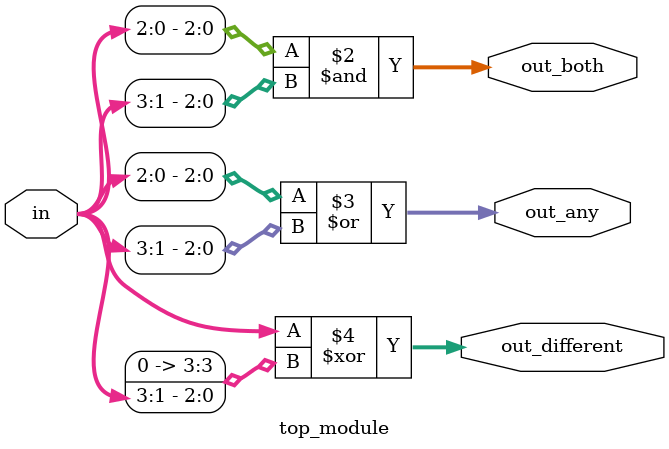
<source format=sv>
module top_module (
	input [3:0] in,
	output reg [2:0] out_both,
	output reg [3:1] out_any,
	output reg [3:0] out_different
);

	always @(*) begin
		out_both = in[2:0] & in[3:1];
		out_any = in[2:0] | in[3:1];
		out_different = in ^ {1'b0, in[3:1]};
	end

endmodule

</source>
